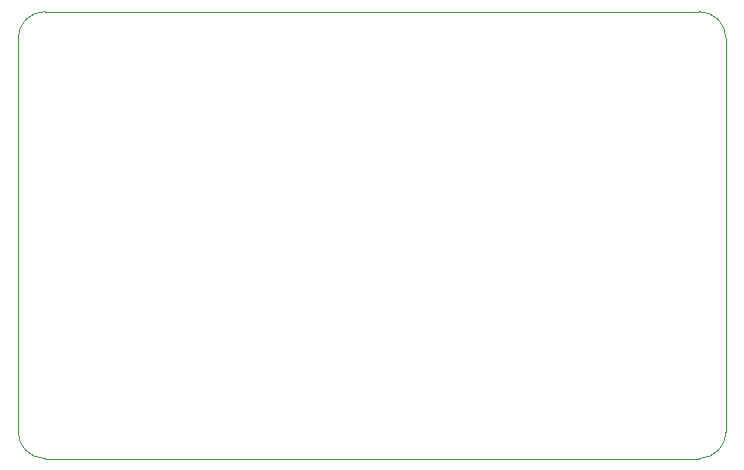
<source format=gbr>
G04 #@! TF.GenerationSoftware,KiCad,Pcbnew,(5.1.4)-1*
G04 #@! TF.CreationDate,2019-11-26T11:52:50-05:00*
G04 #@! TF.ProjectId,8-bit counter,382d6269-7420-4636-9f75-6e7465722e6b,rev?*
G04 #@! TF.SameCoordinates,Original*
G04 #@! TF.FileFunction,Profile,NP*
%FSLAX46Y46*%
G04 Gerber Fmt 4.6, Leading zero omitted, Abs format (unit mm)*
G04 Created by KiCad (PCBNEW (5.1.4)-1) date 2019-11-26 11:52:50*
%MOMM*%
%LPD*%
G04 APERTURE LIST*
%ADD10C,0.050000*%
G04 APERTURE END LIST*
D10*
X87096600Y-78232000D02*
G75*
G02X84810600Y-75946000I0J2286000D01*
G01*
X144754600Y-75946000D02*
G75*
G02X142468600Y-78232000I-2286000J0D01*
G01*
X144754600Y-42672000D02*
X144754600Y-75946000D01*
X142468600Y-78232000D02*
X87096600Y-78232000D01*
X142468600Y-40386000D02*
G75*
G02X144754600Y-42672000I0J-2286000D01*
G01*
X84810600Y-42672000D02*
G75*
G02X87096600Y-40386000I2286000J0D01*
G01*
X84810600Y-75946000D02*
X84810600Y-42672000D01*
X87096600Y-40386000D02*
X142468600Y-40386000D01*
M02*

</source>
